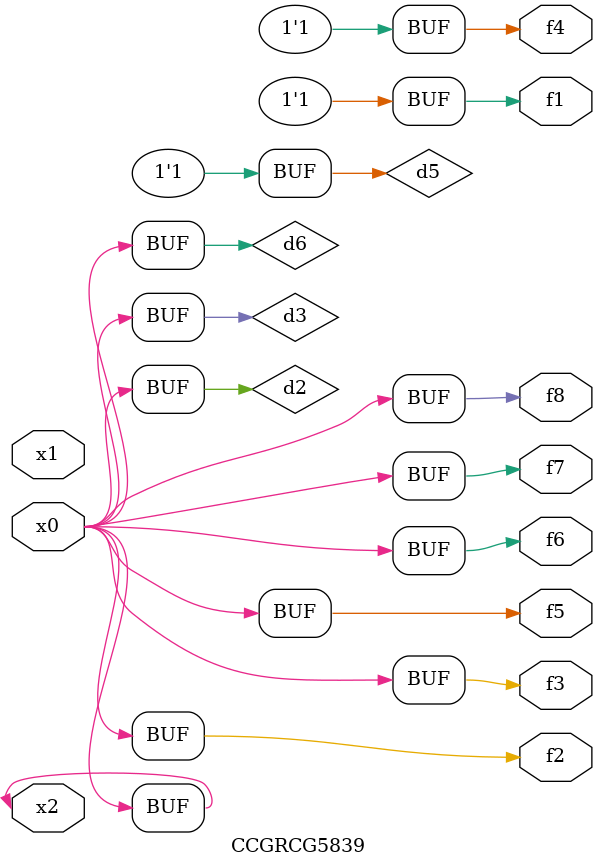
<source format=v>
module CCGRCG5839(
	input x0, x1, x2,
	output f1, f2, f3, f4, f5, f6, f7, f8
);

	wire d1, d2, d3, d4, d5, d6;

	xnor (d1, x2);
	buf (d2, x0, x2);
	and (d3, x0);
	xnor (d4, x1, x2);
	nand (d5, d1, d3);
	buf (d6, d2, d3);
	assign f1 = d5;
	assign f2 = d6;
	assign f3 = d6;
	assign f4 = d5;
	assign f5 = d6;
	assign f6 = d6;
	assign f7 = d6;
	assign f8 = d6;
endmodule

</source>
